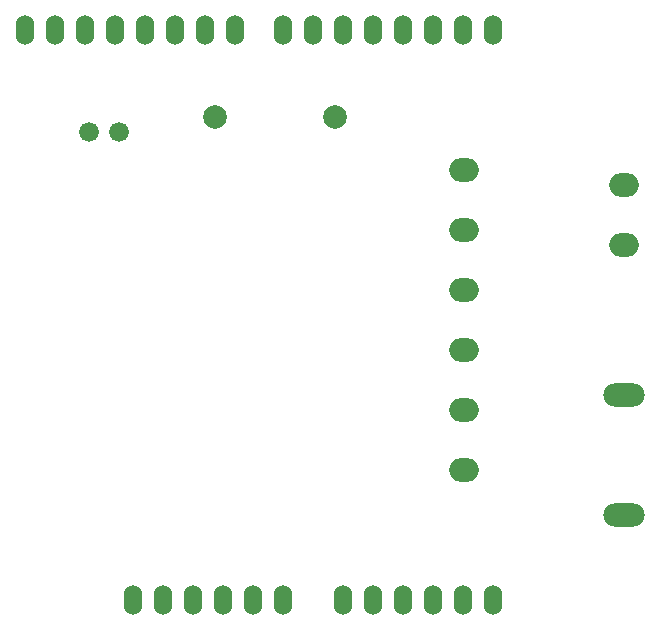
<source format=gbs>
%FSLAX34Y34*%
G04 Gerber Fmt 3.4, Leading zero omitted, Abs format*
G04 (created by PCBNEW (2013-jul-14)-product) date Don 20 Mär 2014 21:02:24 CET*
%MOIN*%
G01*
G70*
G90*
G04 APERTURE LIST*
%ADD10C,0.005906*%
%ADD11C,0.066000*%
%ADD12C,0.078700*%
%ADD13O,0.060000X0.100000*%
%ADD14O,0.098425X0.078740*%
%ADD15O,0.137795X0.078740*%
G04 APERTURE END LIST*
G54D10*
G54D11*
X37000Y-24750D03*
X36000Y-24750D03*
G54D12*
X44219Y-24250D03*
X40219Y-24250D03*
G54D13*
X49465Y-40340D03*
X48465Y-40340D03*
X47465Y-40340D03*
X44465Y-40340D03*
X45465Y-40340D03*
X46465Y-40340D03*
X42465Y-40340D03*
X41465Y-40340D03*
X40465Y-40340D03*
X38465Y-40340D03*
X37465Y-40340D03*
X49465Y-21340D03*
X48465Y-21340D03*
X47465Y-21340D03*
X46465Y-21340D03*
X45465Y-21340D03*
X44465Y-21340D03*
X43465Y-21340D03*
X42465Y-21340D03*
X40865Y-21340D03*
X39865Y-21340D03*
X38865Y-21340D03*
X37865Y-21340D03*
X36865Y-21340D03*
X35865Y-21340D03*
X34865Y-21340D03*
X33865Y-21340D03*
X39465Y-40340D03*
G54D14*
X48500Y-26000D03*
X48500Y-28000D03*
X48500Y-30000D03*
X48500Y-32000D03*
X48500Y-34000D03*
X48500Y-36000D03*
X53850Y-26500D03*
G54D15*
X53850Y-33500D03*
G54D14*
X53850Y-28500D03*
G54D15*
X53850Y-37500D03*
M02*

</source>
